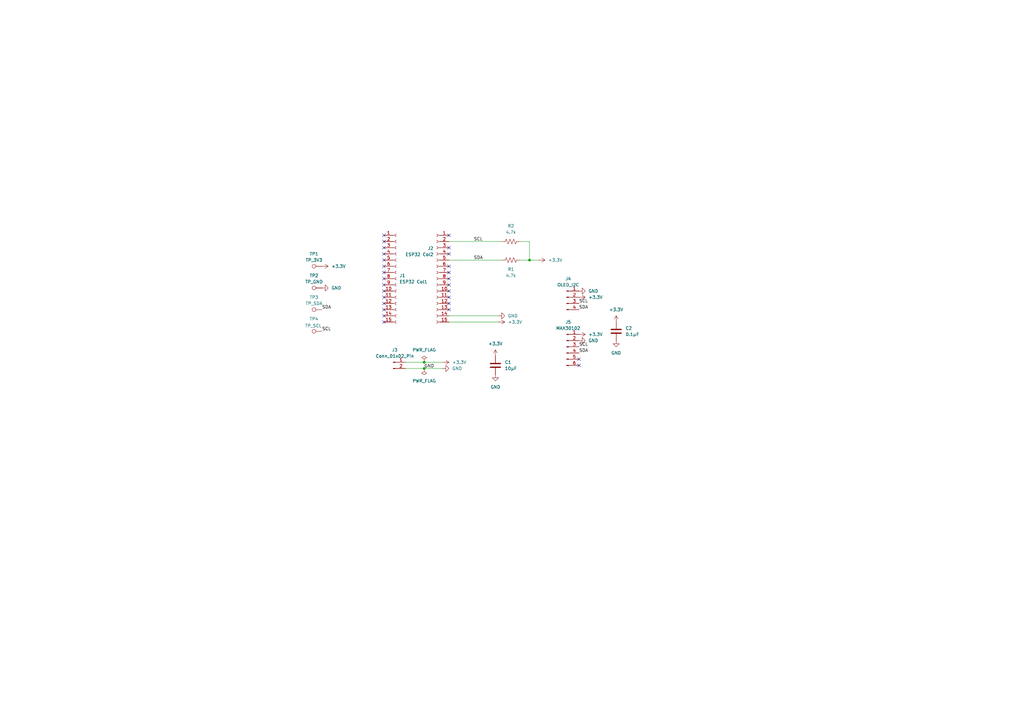
<source format=kicad_sch>
(kicad_sch (version 20250114) (generator "eeschema") (generator_version "9.0")
  (paper "A3")
  (title_block (title "Wearable Health Monitor") (date "2026-01-13") (rev "A") (company "University of Rochester") (comment 1 "Author: Ahmed Ahmed"))
  (lib_symbols
    (symbol "Connector:Conn_01x02_Pin" (pin_names (offset 1.016) (hide yes))
      (property "Reference" "J" (at 0 2.54 0))
      (property "Value" "Conn_01x02_Pin" (at 0 -5.08 0))
      (symbol "Conn_01x02_Pin_1_1"
        (rectangle (start 0.8636 0.127) (end 0 -0.127) (stroke (width 0.1524)) (fill (type outline)))
        (rectangle (start 0.8636 -2.413) (end 0 -2.667) (stroke (width 0.1524)) (fill (type outline)))
        (polyline (pts (xy 1.27 0) (xy 0.8636 0)) (stroke (width 0.1524)))
        (polyline (pts (xy 1.27 -2.54) (xy 0.8636 -2.54)) (stroke (width 0.1524)))
        (pin passive line (at 5.08 0 180) (length 3.81) (name "Pin_1") (number "1"))
        (pin passive line (at 5.08 -2.54 180) (length 3.81) (name "Pin_2") (number "2"))
      )
    )
    (symbol "Connector:Conn_01x04_Pin" (pin_names (offset 1.016) (hide yes))
      (property "Reference" "J" (at 0 5.08 0))
      (property "Value" "Conn_01x04_Pin" (at 0 -7.62 0))
      (symbol "Conn_01x04_Pin_1_1"
        (rectangle (start 0.8636 2.667) (end 0 2.413) (stroke (width 0.1524)) (fill (type outline)))
        (rectangle (start 0.8636 0.127) (end 0 -0.127) (stroke (width 0.1524)) (fill (type outline)))
        (rectangle (start 0.8636 -2.413) (end 0 -2.667) (stroke (width 0.1524)) (fill (type outline)))
        (rectangle (start 0.8636 -4.953) (end 0 -5.207) (stroke (width 0.1524)) (fill (type outline)))
        (polyline (pts (xy 1.27 2.54) (xy 0.8636 2.54)) (stroke (width 0.1524)))
        (polyline (pts (xy 1.27 0) (xy 0.8636 0)) (stroke (width 0.1524)))
        (polyline (pts (xy 1.27 -2.54) (xy 0.8636 -2.54)) (stroke (width 0.1524)))
        (polyline (pts (xy 1.27 -5.08) (xy 0.8636 -5.08)) (stroke (width 0.1524)))
        (pin passive line (at 5.08 2.54 180) (length 3.81) (name "Pin_1") (number "1"))
        (pin passive line (at 5.08 0 180) (length 3.81) (name "Pin_2") (number "2"))
        (pin passive line (at 5.08 -2.54 180) (length 3.81) (name "Pin_3") (number "3"))
        (pin passive line (at 5.08 -5.08 180) (length 3.81) (name "Pin_4") (number "4"))
      )
    )
    (symbol "Connector:Conn_01x06_Pin" (pin_names (offset 1.016) (hide yes))
      (property "Reference" "J" (at 0 7.62 0))
      (property "Value" "Conn_01x06_Pin" (at 0 -10.16 0))
      (symbol "Conn_01x06_Pin_1_1"
        (rectangle (start 0.8636 5.207) (end 0 4.953) (stroke (width 0.1524)) (fill (type outline)))
        (rectangle (start 0.8636 2.667) (end 0 2.413) (stroke (width 0.1524)) (fill (type outline)))
        (rectangle (start 0.8636 0.127) (end 0 -0.127) (stroke (width 0.1524)) (fill (type outline)))
        (rectangle (start 0.8636 -2.413) (end 0 -2.667) (stroke (width 0.1524)) (fill (type outline)))
        (rectangle (start 0.8636 -4.953) (end 0 -5.207) (stroke (width 0.1524)) (fill (type outline)))
        (rectangle (start 0.8636 -7.493) (end 0 -7.747) (stroke (width 0.1524)) (fill (type outline)))
        (polyline (pts (xy 1.27 5.08) (xy 0.8636 5.08)) (stroke (width 0.1524)))
        (polyline (pts (xy 1.27 2.54) (xy 0.8636 2.54)) (stroke (width 0.1524)))
        (polyline (pts (xy 1.27 0) (xy 0.8636 0)) (stroke (width 0.1524)))
        (polyline (pts (xy 1.27 -2.54) (xy 0.8636 -2.54)) (stroke (width 0.1524)))
        (polyline (pts (xy 1.27 -5.08) (xy 0.8636 -5.08)) (stroke (width 0.1524)))
        (polyline (pts (xy 1.27 -7.62) (xy 0.8636 -7.62)) (stroke (width 0.1524)))
        (pin passive line (at 5.08 5.08 180) (length 3.81) (name "Pin_1") (number "1"))
        (pin passive line (at 5.08 2.54 180) (length 3.81) (name "Pin_2") (number "2"))
        (pin passive line (at 5.08 0 180) (length 3.81) (name "Pin_3") (number "3"))
        (pin passive line (at 5.08 -2.54 180) (length 3.81) (name "Pin_4") (number "4"))
        (pin passive line (at 5.08 -5.08 180) (length 3.81) (name "Pin_5") (number "5"))
        (pin passive line (at 5.08 -7.62 180) (length 3.81) (name "Pin_6") (number "6"))
      )
    )
    (symbol "Connector:Conn_01x15_Socket" (pin_names (offset 1.016) (hide yes))
      (property "Reference" "J" (at 0 20.32 0))
      (property "Value" "Conn_01x15_Socket" (at 0 -20.32 0))
      (symbol "Conn_01x15_Socket_1_1"
        (polyline (pts (xy -1.27 17.78) (xy -0.508 17.78)) (stroke (width 0.1524)))
        (polyline (pts (xy -1.27 15.24) (xy -0.508 15.24)) (stroke (width 0.1524)))
        (polyline (pts (xy -1.27 12.7) (xy -0.508 12.7)) (stroke (width 0.1524)))
        (polyline (pts (xy -1.27 10.16) (xy -0.508 10.16)) (stroke (width 0.1524)))
        (polyline (pts (xy -1.27 7.62) (xy -0.508 7.62)) (stroke (width 0.1524)))
        (polyline (pts (xy -1.27 5.08) (xy -0.508 5.08)) (stroke (width 0.1524)))
        (polyline (pts (xy -1.27 2.54) (xy -0.508 2.54)) (stroke (width 0.1524)))
        (polyline (pts (xy -1.27 0) (xy -0.508 0)) (stroke (width 0.1524)))
        (polyline (pts (xy -1.27 -2.54) (xy -0.508 -2.54)) (stroke (width 0.1524)))
        (polyline (pts (xy -1.27 -5.08) (xy -0.508 -5.08)) (stroke (width 0.1524)))
        (polyline (pts (xy -1.27 -7.62) (xy -0.508 -7.62)) (stroke (width 0.1524)))
        (polyline (pts (xy -1.27 -10.16) (xy -0.508 -10.16)) (stroke (width 0.1524)))
        (polyline (pts (xy -1.27 -12.7) (xy -0.508 -12.7)) (stroke (width 0.1524)))
        (polyline (pts (xy -1.27 -15.24) (xy -0.508 -15.24)) (stroke (width 0.1524)))
        (polyline (pts (xy -1.27 -17.78) (xy -0.508 -17.78)) (stroke (width 0.1524)))
        (arc (start 0 17.272) (mid -0.5058 17.78) (end 0 18.288) (stroke (width 0.1524)))
        (arc (start 0 14.732) (mid -0.5058 15.24) (end 0 15.748) (stroke (width 0.1524)))
        (arc (start 0 12.192) (mid -0.5058 12.7) (end 0 13.208) (stroke (width 0.1524)))
        (arc (start 0 9.652) (mid -0.5058 10.16) (end 0 10.668) (stroke (width 0.1524)))
        (arc (start 0 7.112) (mid -0.5058 7.62) (end 0 8.128) (stroke (width 0.1524)))
        (arc (start 0 4.572) (mid -0.5058 5.08) (end 0 5.588) (stroke (width 0.1524)))
        (arc (start 0 2.032) (mid -0.5058 2.54) (end 0 3.048) (stroke (width 0.1524)))
        (arc (start 0 -0.508) (mid -0.5058 0) (end 0 0.508) (stroke (width 0.1524)))
        (arc (start 0 -3.048) (mid -0.5058 -2.54) (end 0 -2.032) (stroke (width 0.1524)))
        (arc (start 0 -5.588) (mid -0.5058 -5.08) (end 0 -4.572) (stroke (width 0.1524)))
        (arc (start 0 -8.128) (mid -0.5058 -7.62) (end 0 -7.112) (stroke (width 0.1524)))
        (arc (start 0 -10.668) (mid -0.5058 -10.16) (end 0 -9.652) (stroke (width 0.1524)))
        (arc (start 0 -13.208) (mid -0.5058 -12.7) (end 0 -12.192) (stroke (width 0.1524)))
        (arc (start 0 -15.748) (mid -0.5058 -15.24) (end 0 -14.732) (stroke (width 0.1524)))
        (arc (start 0 -18.288) (mid -0.5058 -17.78) (end 0 -17.272) (stroke (width 0.1524)))
        (pin passive line (at -5.08 17.78 0) (length 3.81) (name "Pin_1") (number "1"))
        (pin passive line (at -5.08 15.24 0) (length 3.81) (name "Pin_2") (number "2"))
        (pin passive line (at -5.08 12.7 0) (length 3.81) (name "Pin_3") (number "3"))
        (pin passive line (at -5.08 10.16 0) (length 3.81) (name "Pin_4") (number "4"))
        (pin passive line (at -5.08 7.62 0) (length 3.81) (name "Pin_5") (number "5"))
        (pin passive line (at -5.08 5.08 0) (length 3.81) (name "Pin_6") (number "6"))
        (pin passive line (at -5.08 2.54 0) (length 3.81) (name "Pin_7") (number "7"))
        (pin passive line (at -5.08 0 0) (length 3.81) (name "Pin_8") (number "8"))
        (pin passive line (at -5.08 -2.54 0) (length 3.81) (name "Pin_9") (number "9"))
        (pin passive line (at -5.08 -5.08 0) (length 3.81) (name "Pin_10") (number "10"))
        (pin passive line (at -5.08 -7.62 0) (length 3.81) (name "Pin_11") (number "11"))
        (pin passive line (at -5.08 -10.16 0) (length 3.81) (name "Pin_12") (number "12"))
        (pin passive line (at -5.08 -12.7 0) (length 3.81) (name "Pin_13") (number "13"))
        (pin passive line (at -5.08 -15.24 0) (length 3.81) (name "Pin_14") (number "14"))
        (pin passive line (at -5.08 -17.78 0) (length 3.81) (name "Pin_15") (number "15"))
      )
    )
    (symbol "Connector:TestPoint" (pin_numbers (hide yes)) (pin_names (offset 0.762) (hide yes))
      (property "Reference" "TP" (at 0 6.858 0))
      (property "Value" "TestPoint" (at 0 5.08 0))
      (symbol "TestPoint_0_1"
        (circle (center 0 3.302) (radius 0.762))
      )
      (symbol "TestPoint_1_1"
        (pin passive line (at 0 0 90) (length 2.54) (name "1") (number "1"))
      )
    )
    (symbol "Device:C" (pin_numbers (hide yes)) (pin_names (offset 0.254))
      (property "Reference" "C" (at 0.635 2.54 0))
      (property "Value" "C" (at 0.635 -2.54 0))
      (symbol "C_0_1"
        (polyline (pts (xy -2.032 0.762) (xy 2.032 0.762)) (stroke (width 0.508)))
        (polyline (pts (xy -2.032 -0.762) (xy 2.032 -0.762)) (stroke (width 0.508)))
      )
      (symbol "C_1_1"
        (pin passive line (at 0 3.81 270) (length 2.794) (name "~") (number "1"))
        (pin passive line (at 0 -3.81 90) (length 2.794) (name "~") (number "2"))
      )
    )
    (symbol "Device:R_US" (pin_numbers (hide yes)) (pin_names (offset 0))
      (property "Reference" "R" (at 2.54 0 90))
      (property "Value" "R_US" (at -2.54 0 90))
      (symbol "R_US_0_1"
        (polyline (pts (xy 0 2.286) (xy 0 2.54)))
        (polyline (pts (xy 0 2.286) (xy 1.016 1.905) (xy 0 1.524) (xy -1.016 1.143) (xy 0 0.762)))
        (polyline (pts (xy 0 0.762) (xy 1.016 0.381) (xy 0 0) (xy -1.016 -0.381) (xy 0 -0.762)))
        (polyline (pts (xy 0 -0.762) (xy 1.016 -1.143) (xy 0 -1.524) (xy -1.016 -1.905) (xy 0 -2.286)))
        (polyline (pts (xy 0 -2.286) (xy 0 -2.54)))
      )
      (symbol "R_US_1_1"
        (pin passive line (at 0 3.81 270) (length 1.27) (name "~") (number "1"))
        (pin passive line (at 0 -3.81 90) (length 1.27) (name "~") (number "2"))
      )
    )
    (symbol "power:+3.3V" (power) (pin_numbers (hide yes)) (pin_names (offset 0) (hide yes))
      (property "Value" "+3.3V" (at 0 3.556 0))
      (symbol "+3.3V_0_1"
        (polyline (pts (xy -0.762 1.27) (xy 0 2.54)))
        (polyline (pts (xy 0 2.54) (xy 0.762 1.27)))
        (polyline (pts (xy 0 0) (xy 0 2.54)))
      )
      (symbol "+3.3V_1_1"
        (pin power_in line (at 0 0 90) (length 0) (name "~") (number "1"))
      )
    )
    (symbol "power:GND" (power) (pin_numbers (hide yes)) (pin_names (offset 0) (hide yes))
      (property "Value" "GND" (at 0 -3.81 0))
      (symbol "GND_0_1"
        (polyline (pts (xy 0 0) (xy 0 -1.27) (xy 1.27 -1.27) (xy 0 -2.54) (xy -1.27 -1.27) (xy 0 -1.27)))
      )
      (symbol "GND_1_1"
        (pin power_in line (at 0 0 270) (length 0) (name "~") (number "1"))
      )
    )
    (symbol "power:PWR_FLAG" (power) (pin_numbers (hide yes)) (pin_names (offset 0) (hide yes))
      (property "Value" "PWR_FLAG" (at 0 3.81 0))
      (symbol "PWR_FLAG_0_0"
        (pin power_out line (at 0 0 90) (length 0) (name "~") (number "1"))
      )
      (symbol "PWR_FLAG_0_1"
        (polyline (pts (xy 0 0) (xy 0 1.27) (xy -1.016 1.905) (xy 0 2.54) (xy 1.016 1.905) (xy 0 1.27)))
      )
    )
  )
  (junction (at 173.99 151.13))
  (junction (at 173.99 148.59))
  (junction (at 217.17 106.68))
  (no_connect (at 184.15 101.6))
  (no_connect (at 237.49 149.86))
  (no_connect (at 184.15 111.76))
  (no_connect (at 157.48 96.52))
  (no_connect (at 184.15 109.22))
  (no_connect (at 184.15 121.92))
  (no_connect (at 184.15 104.14))
  (no_connect (at 184.15 119.38))
  (no_connect (at 157.48 132.08))
  (no_connect (at 157.48 101.6))
  (no_connect (at 157.48 114.3))
  (no_connect (at 184.15 114.3))
  (no_connect (at 184.15 96.52))
  (no_connect (at 157.48 106.68))
  (no_connect (at 157.48 127))
  (no_connect (at 184.15 116.84))
  (no_connect (at 157.48 124.46))
  (no_connect (at 184.15 124.46))
  (no_connect (at 184.15 127))
  (no_connect (at 157.48 104.14))
  (no_connect (at 157.48 121.92))
  (no_connect (at 157.48 99.06))
  (no_connect (at 157.48 116.84))
  (no_connect (at 157.48 119.38))
  (no_connect (at 157.48 111.76))
  (no_connect (at 157.48 129.54))
  (no_connect (at 237.49 147.32))
  (no_connect (at 157.48 109.22))
  (wire (pts (xy 213.36 99.06) (xy 217.17 99.06)))
  (wire (pts (xy 217.17 99.06) (xy 217.17 106.68)))
  (wire (pts (xy 184.15 132.08) (xy 204.47 132.08)))
  (wire (pts (xy 166.37 148.59) (xy 173.99 148.59)))
  (wire (pts (xy 184.15 129.54) (xy 204.47 129.54)))
  (wire (pts (xy 213.36 106.68) (xy 217.17 106.68)))
  (wire (pts (xy 173.99 151.13) (xy 181.61 151.13)))
  (wire (pts (xy 217.17 106.68) (xy 220.98 106.68)))
  (wire (pts (xy 184.15 99.06) (xy 205.74 99.06)))
  (wire (pts (xy 166.37 151.13) (xy 173.99 151.13)))
  (wire (pts (xy 184.15 106.68) (xy 205.74 106.68)))
  (wire (pts (xy 173.99 148.59) (xy 181.61 148.59)))
  (label "SCL" (at 237.49 142.24 0))
  (label "GND" (at 173.99 151.13 0))
  (label "SCL" (at 132.08 135.89 0))
  (label "SDA" (at 132.08 127 0))
  (label "SCL" (at 237.49 124.46 0))
  (label "SDA" (at 237.49 144.78 0))
  (label "SCL" (at 194.31 99.06 0))
  (label "SDA" (at 194.31 106.68 0))
  (label "SDA" (at 237.49 127 0))
  (symbol (lib_id "Device:R_US") (at 209.55 99.06 90) (unit 1)
    (property "Reference" "R2" (at 209.55 92.71 90))
    (property "Value" "4.7k" (at 209.55 95.25 90))
    (property "Footprint" "Resistor_SMD:R_0603_1608Metric" (effects (hide yes)))
    (property "Description" "Resistor, US symbol" (effects (hide yes)))
  )
  (symbol (lib_id "power:+3.3V") (at 220.98 106.68 270) (unit 1)
    (property "Reference" "#PWR04" (effects (hide yes)))
    (property "Value" "+3.3V" (at 224.79 106.6799 90) (effects (justify left)))
    (property "Description" "Power symbol creates a global label with name \"+3.3V\"" (effects (hide yes)))
  )
  (symbol (lib_id "power:PWR_FLAG") (at 173.99 151.13 180) (unit 1)
    (property "Reference" "#FLG02" (effects (hide yes)))
    (property "Value" "PWR_FLAG" (at 173.99 156.21 0))
    (property "Description" "Special symbol for telling ERC where power comes from" (effects (hide yes)))
  )
  (symbol (lib_id "Connector:Conn_01x15_Socket") (at 179.07 114.3 0) (mirror y) (unit 1)
    (property "Reference" "J2" (at 177.8 101.854 0) (effects (justify left)))
    (property "Value" "ESP32 Col2" (at 177.8 104.394 0) (effects (justify left)))
    (property "Footprint" "Connector_PinSocket_2.54mm:PinSocket_1x15_P2.54mm_Vertical" (effects (hide yes)))
    (property "Description" "Generic connector, single row, 01x15, script generated" (effects (hide yes)))
  )
  (symbol (lib_id "Connector:Conn_01x02_Pin") (at 161.29 148.59 0) (unit 1)
    (property "Reference" "J3" (at 161.925 143.51 0))
    (property "Value" "Conn_01x02_Pin" (at 161.925 146.05 0))
    (property "Footprint" "Connector_PinHeader_2.54mm:PinHeader_1x02_P2.54mm_Vertical" (effects (hide yes)))
    (property "Description" "Generic connector, single row, 01x02, script generated" (effects (hide yes)))
  )
  (symbol (lib_id "Device:C") (at 203.2 149.86 0) (unit 1)
    (property "Reference" "C1" (at 207.01 148.5899 0) (effects (justify left)))
    (property "Value" "10µF" (at 207.01 151.1299 0) (effects (justify left)))
    (property "Footprint" "Capacitor_SMD:C_0603_1608Metric" (effects (hide yes)))
    (property "Description" "Unpolarized capacitor" (effects (hide yes)))
  )
  (symbol (lib_id "power:GND") (at 181.61 151.13 90) (unit 1)
    (property "Reference" "#PWR02" (effects (hide yes)))
    (property "Value" "GND" (at 185.42 151.1299 90) (effects (justify right)))
    (property "Description" "Power symbol creates a global label with name \"GND\" , ground" (effects (hide yes)))
  )
  (symbol (lib_id "power:GND") (at 237.49 139.7 90) (unit 1)
    (property "Reference" "#PWR015" (effects (hide yes)))
    (property "Value" "GND" (at 241.3 139.6999 90) (effects (justify right)))
    (property "Description" "Power symbol creates a global label with name \"GND\" , ground" (effects (hide yes)))
  )
  (symbol (lib_id "Connector:Conn_01x06_Pin") (at 232.41 142.24 0) (unit 1)
    (property "Reference" "J5" (at 233.045 132.08 0))
    (property "Value" "MAX30102" (at 233.045 134.62 0))
    (property "Footprint" "Connector_PinHeader_2.54mm:PinHeader_1x06_P2.54mm_Vertical" (effects (hide yes)))
    (property "Description" "Generic connector, single row, 01x06, script generated" (effects (hide yes)))
  )
  (symbol (lib_id "Connector:Conn_01x15_Socket") (at 162.56 114.3 0) (unit 1)
    (property "Reference" "J1" (at 163.83 113.0299 0) (effects (justify left)))
    (property "Value" "ESP32 Col1" (at 163.83 115.5699 0) (effects (justify left)))
    (property "Footprint" "Connector_PinSocket_2.54mm:PinSocket_1x15_P2.54mm_Vertical" (effects (hide yes)))
    (property "Description" "Generic connector, single row, 01x15, script generated" (effects (hide yes)))
  )
  (symbol (lib_id "Connector:Conn_01x04_Pin") (at 232.41 121.92 0) (unit 1)
    (property "Reference" "J4" (at 233.045 114.3 0))
    (property "Value" "OLED_I2C" (at 233.045 116.84 0))
    (property "Footprint" "Connector_PinHeader_2.54mm:PinHeader_1x04_P2.54mm_Vertical" (effects (hide yes)))
    (property "Description" "Generic connector, single row, 01x04, script generated" (effects (hide yes)))
  )
  (symbol (lib_id "power:GND") (at 132.08 118.11 90) (unit 1)
    (property "Reference" "#PWR011" (effects (hide yes)))
    (property "Value" "GND" (at 135.89 118.1099 90) (effects (justify right)))
    (property "Description" "Power symbol creates a global label with name \"GND\" , ground" (effects (hide yes)))
  )
  (symbol (lib_id "power:+3.3V") (at 237.49 137.16 270) (unit 1)
    (property "Reference" "#PWR014" (effects (hide yes)))
    (property "Value" "+3.3V" (at 241.3 137.1599 90) (effects (justify left)))
    (property "Description" "Power symbol creates a global label with name \"+3.3V\"" (effects (hide yes)))
  )
  (symbol (lib_id "power:GND") (at 203.2 153.67 0) (unit 1)
    (property "Reference" "#PWR06" (effects (hide yes)))
    (property "Value" "GND" (at 203.2 158.75 0))
    (property "Description" "Power symbol creates a global label with name \"GND\" , ground" (effects (hide yes)))
  )
  (symbol (lib_id "power:+3.3V") (at 181.61 148.59 270) (unit 1)
    (property "Reference" "#PWR03" (effects (hide yes)))
    (property "Value" "+3.3V" (at 185.42 148.5899 90) (effects (justify left)))
    (property "Description" "Power symbol creates a global label with name \"+3.3V\"" (effects (hide yes)))
  )
  (symbol (lib_id "Device:R_US") (at 209.55 106.68 90) (unit 1)
    (property "Reference" "R1" (at 209.55 110.49 90))
    (property "Value" "4.7k" (at 209.55 113.03 90))
    (property "Footprint" "Resistor_SMD:R_0603_1608Metric" (effects (hide yes)))
    (property "Description" "Resistor, US symbol" (effects (hide yes)))
  )
  (symbol (lib_id "Connector:TestPoint") (at 132.08 135.89 90) (unit 1)
    (property "Reference" "TP4" (at 128.778 130.81 90))
    (property "Value" "TP_SCL" (at 128.524 133.604 90))
    (property "Footprint" "TestPoint:TestPoint_Pad_D1.5mm" (effects (hide yes)))
    (property "Description" "test point" (effects (hide yes)))
  )
  (symbol (lib_id "power:GND") (at 204.47 129.54 90) (unit 1)
    (property "Reference" "#PWR05" (effects (hide yes)))
    (property "Value" "GND" (at 208.28 129.5399 90) (effects (justify right)))
    (property "Description" "Power symbol creates a global label with name \"GND\" , ground" (effects (hide yes)))
  )
  (symbol (lib_id "Connector:TestPoint") (at 132.08 109.22 90) (unit 1)
    (property "Reference" "TP1" (at 128.778 104.14 90))
    (property "Value" "TP_3V3" (at 128.778 106.68 90))
    (property "Footprint" "TestPoint:TestPoint_Loop_D2.50mm_Drill1.0mm" (effects (hide yes)))
    (property "Description" "test point" (effects (hide yes)))
  )
  (symbol (lib_id "power:+3.3V") (at 204.47 132.08 270) (unit 1)
    (property "Reference" "#PWR01" (effects (hide yes)))
    (property "Value" "+3.3V" (at 208.28 132.0799 90) (effects (justify left)))
    (property "Description" "Power symbol creates a global label with name \"+3.3V\"" (effects (hide yes)))
  )
  (symbol (lib_id "power:+3.3V") (at 252.73 132.08 0) (unit 1)
    (property "Reference" "#PWR08" (effects (hide yes)))
    (property "Value" "+3.3V" (at 252.73 127 0))
    (property "Description" "Power symbol creates a global label with name \"+3.3V\"" (effects (hide yes)))
  )
  (symbol (lib_id "power:GND") (at 237.49 119.38 90) (unit 1)
    (property "Reference" "#PWR012" (effects (hide yes)))
    (property "Value" "GND" (at 241.3 119.3799 90) (effects (justify right)))
    (property "Description" "Power symbol creates a global label with name \"GND\" , ground" (effects (hide yes)))
  )
  (symbol (lib_id "Device:C") (at 252.73 135.89 0) (unit 1)
    (property "Reference" "C2" (at 256.54 134.6199 0) (effects (justify left)))
    (property "Value" "0.1µF" (at 256.54 137.1599 0) (effects (justify left)))
    (property "Footprint" "Capacitor_SMD:C_0603_1608Metric" (effects (hide yes)))
    (property "Description" "Unpolarized capacitor" (effects (hide yes)))
  )
  (symbol (lib_id "power:GND") (at 252.73 139.7 0) (unit 1)
    (property "Reference" "#PWR09" (effects (hide yes)))
    (property "Value" "GND" (at 252.73 144.78 0))
    (property "Description" "Power symbol creates a global label with name \"GND\" , ground" (effects (hide yes)))
  )
  (symbol (lib_id "Connector:TestPoint") (at 132.08 118.11 90) (unit 1)
    (property "Reference" "TP2" (at 128.778 113.03 90))
    (property "Value" "TP_GND" (at 128.778 115.57 90))
    (property "Footprint" "TestPoint:TestPoint_Loop_D2.50mm_Drill1.0mm" (effects (hide yes)))
    (property "Description" "test point" (effects (hide yes)))
  )
  (symbol (lib_id "power:PWR_FLAG") (at 173.99 148.59 0) (unit 1)
    (property "Reference" "#FLG01" (effects (hide yes)))
    (property "Value" "PWR_FLAG" (at 173.99 143.51 0))
    (property "Description" "Special symbol for telling ERC where power comes from" (effects (hide yes)))
  )
  (symbol (lib_id "power:+3.3V") (at 203.2 146.05 0) (unit 1)
    (property "Reference" "#PWR07" (effects (hide yes)))
    (property "Value" "+3.3V" (at 203.2 140.97 0))
    (property "Description" "Power symbol creates a global label with name \"+3.3V\"" (effects (hide yes)))
  )
  (symbol (lib_id "power:+3.3V") (at 237.49 121.92 270) (unit 1)
    (property "Reference" "#PWR013" (effects (hide yes)))
    (property "Value" "+3.3V" (at 241.3 121.9199 90) (effects (justify left)))
    (property "Description" "Power symbol creates a global label with name \"+3.3V\"" (effects (hide yes)))
  )
  (symbol (lib_id "Connector:TestPoint") (at 132.08 127 90) (unit 1)
    (property "Reference" "TP3" (at 128.778 121.92 90))
    (property "Value" "TP_SDA" (at 128.778 124.46 90))
    (property "Footprint" "TestPoint:TestPoint_Pad_D1.5mm" (effects (hide yes)))
    (property "Description" "test point" (effects (hide yes)))
  )
  (symbol (lib_id "power:+3.3V") (at 132.08 109.22 270) (unit 1)
    (property "Reference" "#PWR010" (effects (hide yes)))
    (property "Value" "+3.3V" (at 135.89 109.2199 90) (effects (justify left)))
    (property "Description" "Power symbol creates a global label with name \"+3.3V\"" (effects (hide yes)))
  )
)
</source>
